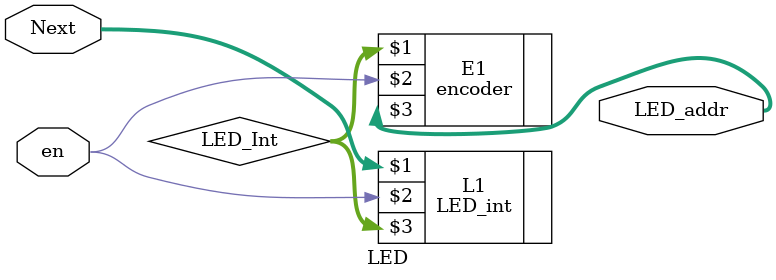
<source format=v>
`timescale 1ns / 1ps


module LED(
    input wire[7:0] Next,
    input wire en,
    output wire[2:0] LED_addr
    
    );
    
    wire[7:0] LED_Int;

    LED_int L1(Next,en,LED_Int);
    encoder E1(LED_Int,en,LED_addr);
    
endmodule

</source>
